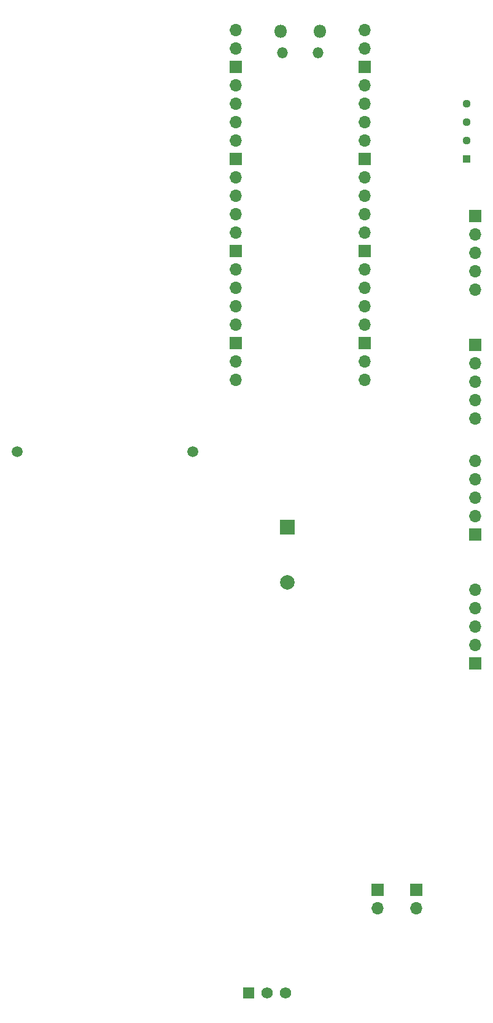
<source format=gbr>
%TF.GenerationSoftware,KiCad,Pcbnew,6.0.2+dfsg-1*%
%TF.CreationDate,2022-11-10T09:56:40+01:00*%
%TF.ProjectId,DL,444c2e6b-6963-4616-945f-706362585858,rev?*%
%TF.SameCoordinates,Original*%
%TF.FileFunction,Soldermask,Bot*%
%TF.FilePolarity,Negative*%
%FSLAX46Y46*%
G04 Gerber Fmt 4.6, Leading zero omitted, Abs format (unit mm)*
G04 Created by KiCad (PCBNEW 6.0.2+dfsg-1) date 2022-11-10 09:56:40*
%MOMM*%
%LPD*%
G01*
G04 APERTURE LIST*
%ADD10R,1.700000X1.700000*%
%ADD11O,1.700000X1.700000*%
%ADD12R,1.560000X1.560000*%
%ADD13C,1.560000*%
%ADD14R,1.110000X1.110000*%
%ADD15C,1.110000*%
%ADD16O,1.800000X1.800000*%
%ADD17O,1.500000X1.500000*%
%ADD18C,1.500000*%
%ADD19R,2.000000X2.000000*%
%ADD20C,2.000000*%
G04 APERTURE END LIST*
D10*
%TO.C,J4*%
X83836000Y-87630000D03*
D11*
X83836000Y-85090000D03*
X83836000Y-82550000D03*
X83836000Y-80010000D03*
X83836000Y-77470000D03*
%TD*%
D10*
%TO.C,J2*%
X75692000Y-136652000D03*
D11*
X75692000Y-139192000D03*
%TD*%
D10*
%TO.C,J7*%
X83820000Y-61478000D03*
D11*
X83820000Y-64018000D03*
X83820000Y-66558000D03*
X83820000Y-69098000D03*
X83820000Y-71638000D03*
%TD*%
D12*
%TO.C,IC3*%
X52578000Y-150876000D03*
D13*
X55118000Y-150876000D03*
X57658000Y-150876000D03*
%TD*%
D14*
%TO.C,PS1*%
X82680000Y-35814000D03*
D15*
X82680000Y-33274000D03*
X82680000Y-30734000D03*
X82680000Y-28194000D03*
%TD*%
D16*
%TO.C,U3*%
X62415000Y-18164000D03*
D17*
X62115000Y-21194000D03*
X57265000Y-21194000D03*
D16*
X56965000Y-18164000D03*
D11*
X50800000Y-18034000D03*
X50800000Y-20574000D03*
D10*
X50800000Y-23114000D03*
D11*
X50800000Y-25654000D03*
X50800000Y-28194000D03*
X50800000Y-30734000D03*
X50800000Y-33274000D03*
D10*
X50800000Y-35814000D03*
D11*
X50800000Y-38354000D03*
X50800000Y-40894000D03*
X50800000Y-43434000D03*
X50800000Y-45974000D03*
D10*
X50800000Y-48514000D03*
D11*
X50800000Y-51054000D03*
X50800000Y-53594000D03*
X50800000Y-56134000D03*
X50800000Y-58674000D03*
D10*
X50800000Y-61214000D03*
D11*
X50800000Y-63754000D03*
X50800000Y-66294000D03*
X68580000Y-66294000D03*
X68580000Y-63754000D03*
D10*
X68580000Y-61214000D03*
D11*
X68580000Y-58674000D03*
X68580000Y-56134000D03*
X68580000Y-53594000D03*
X68580000Y-51054000D03*
D10*
X68580000Y-48514000D03*
D11*
X68580000Y-45974000D03*
X68580000Y-43434000D03*
X68580000Y-40894000D03*
X68580000Y-38354000D03*
D10*
X68580000Y-35814000D03*
D11*
X68580000Y-33274000D03*
X68580000Y-30734000D03*
X68580000Y-28194000D03*
X68580000Y-25654000D03*
D10*
X68580000Y-23114000D03*
D11*
X68580000Y-20574000D03*
X68580000Y-18034000D03*
%TD*%
D18*
%TO.C,J3*%
X44866000Y-76234000D03*
X20666000Y-76234000D03*
%TD*%
D10*
%TO.C,J5*%
X83836000Y-105410000D03*
D11*
X83836000Y-102870000D03*
X83836000Y-100330000D03*
X83836000Y-97790000D03*
X83836000Y-95250000D03*
%TD*%
D10*
%TO.C,J6*%
X83820000Y-43693000D03*
D11*
X83820000Y-46233000D03*
X83820000Y-48773000D03*
X83820000Y-51313000D03*
X83820000Y-53853000D03*
%TD*%
D19*
%TO.C,BZ1*%
X57912000Y-86624000D03*
D20*
X57912000Y-94224000D03*
%TD*%
D10*
%TO.C,J1*%
X70358000Y-136652000D03*
D11*
X70358000Y-139192000D03*
%TD*%
M02*

</source>
